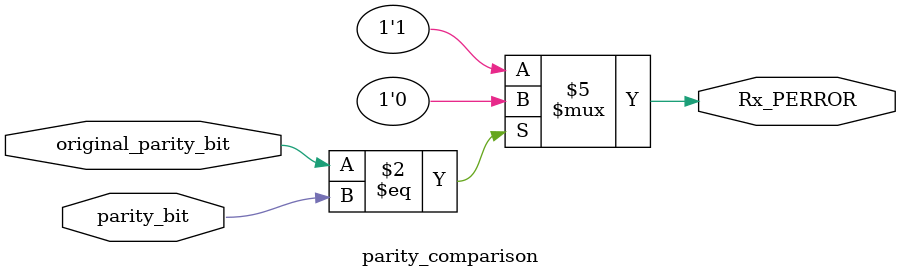
<source format=v>
`timescale 1ns/1ps
 
module parity_comparison(
  input original_parity_bit,
  input parity_bit,
  output reg Rx_PERROR = 0
);
  
  always @ (original_parity_bit or parity_bit)
  begin
    if (original_parity_bit == parity_bit)
    begin
      Rx_PERROR <= 0; // No error.
    end
    
    else Rx_PERROR <=1; // Something went wrong
  end
    
  
endmodule

</source>
